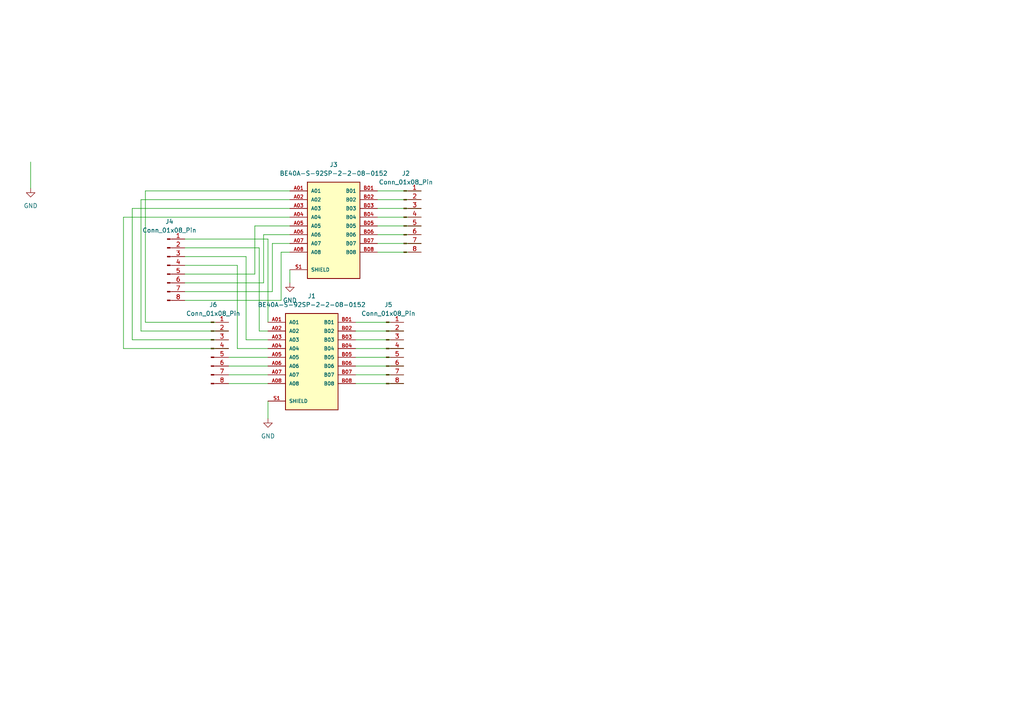
<source format=kicad_sch>
(kicad_sch (version 20230121) (generator eeschema)
  (paper "A4")
  (lib_symbols
    (symbol "Connector:Conn_01x08_Pin" (pin_names (offset 1.016) hide)
      (property "Reference" "J" (at 0 10.16 0))
      (property "Value" "Conn_01x08_Pin" (at 0 -12.7 0))
      (symbol "Conn_01x08_Pin_1_1"
        (polyline (pts (xy 1.27 -10.16) (xy 0.8636 -10.16)) (stroke (width 0.1524)))
        (polyline (pts (xy 1.27 -7.62) (xy 0.8636 -7.62)) (stroke (width 0.1524)))
        (polyline (pts (xy 1.27 -5.08) (xy 0.8636 -5.08)) (stroke (width 0.1524)))
        (polyline (pts (xy 1.27 -2.54) (xy 0.8636 -2.54)) (stroke (width 0.1524)))
        (polyline (pts (xy 1.27 0) (xy 0.8636 0)) (stroke (width 0.1524)))
        (polyline (pts (xy 1.27 2.54) (xy 0.8636 2.54)) (stroke (width 0.1524)))
        (polyline (pts (xy 1.27 5.08) (xy 0.8636 5.08)) (stroke (width 0.1524)))
        (polyline (pts (xy 1.27 7.62) (xy 0.8636 7.62)) (stroke (width 0.1524)))
        (rectangle (start 0.8636 -10.033) (end 0 -10.287) (stroke (width 0.1524)) (fill (type outline)))
        (rectangle (start 0.8636 -7.493) (end 0 -7.747) (stroke (width 0.1524)) (fill (type outline)))
        (rectangle (start 0.8636 -4.953) (end 0 -5.207) (stroke (width 0.1524)) (fill (type outline)))
        (rectangle (start 0.8636 -2.413) (end 0 -2.667) (stroke (width 0.1524)) (fill (type outline)))
        (rectangle (start 0.8636 0.127) (end 0 -0.127) (stroke (width 0.1524)) (fill (type outline)))
        (rectangle (start 0.8636 2.667) (end 0 2.413) (stroke (width 0.1524)) (fill (type outline)))
        (rectangle (start 0.8636 5.207) (end 0 4.953) (stroke (width 0.1524)) (fill (type outline)))
        (rectangle (start 0.8636 7.747) (end 0 7.493) (stroke (width 0.1524)) (fill (type outline)))
        (pin passive line (at 5.08 7.62 180) (length 3.81) (name "Pin_1") (number "1"))
        (pin passive line (at 5.08 5.08 180) (length 3.81) (name "Pin_2") (number "2"))
        (pin passive line (at 5.08 2.54 180) (length 3.81) (name "Pin_3") (number "3"))
        (pin passive line (at 5.08 0 180) (length 3.81) (name "Pin_4") (number "4"))
        (pin passive line (at 5.08 -2.54 180) (length 3.81) (name "Pin_5") (number "5"))
        (pin passive line (at 5.08 -5.08 180) (length 3.81) (name "Pin_6") (number "6"))
        (pin passive line (at 5.08 -7.62 180) (length 3.81) (name "Pin_7") (number "7"))
        (pin passive line (at 5.08 -10.16 180) (length 3.81) (name "Pin_8") (number "8"))
      )
    )
    (symbol "power:GND" (power) (pin_names (offset 0))
      (property "Value" "GND" (at 0 -3.81 0))
      (symbol "GND_0_1"
        (polyline (pts (xy 0 0) (xy 0 -1.27) (xy 1.27 -1.27) (xy 0 -2.54) (xy -1.27 -1.27) (xy 0 -1.27)))
      )
      (symbol "GND_1_1"
        (pin power_in line (at 0 0 270) (length 0) hide (name "GND") (number "1"))
      )
    )
    (symbol "project-symbols2:BE40A-S-92SP-2-2-08-0152" (pin_names (offset 1.016))
      (property "Reference" "J" (at -7.62 13.462 0))
      (property "Value" "BE40A-S-92SP-2-2-08-0152" (at -7.62 -17.78 0))
      (symbol "BE40A-S-92SP-2-2-08-0152_0_0"
        (rectangle (start -7.62 -15.24) (end 7.62 12.7) (stroke (width 0.254)) (fill (type background)))
        (pin passive line (at -12.7 10.16 0) (length 5.08) (name "A01") (number "A01"))
        (pin passive line (at -12.7 7.62 0) (length 5.08) (name "A02") (number "A02"))
        (pin passive line (at -12.7 5.08 0) (length 5.08) (name "A03") (number "A03"))
        (pin passive line (at -12.7 2.54 0) (length 5.08) (name "A04") (number "A04"))
        (pin passive line (at -12.7 0 0) (length 5.08) (name "A05") (number "A05"))
        (pin passive line (at -12.7 -2.54 0) (length 5.08) (name "A06") (number "A06"))
        (pin passive line (at -12.7 -5.08 0) (length 5.08) (name "A07") (number "A07"))
        (pin passive line (at -12.7 -7.62 0) (length 5.08) (name "A08") (number "A08"))
        (pin passive line (at 12.7 10.16 180) (length 5.08) (name "B01") (number "B01"))
        (pin passive line (at 12.7 7.62 180) (length 5.08) (name "B02") (number "B02"))
        (pin passive line (at 12.7 5.08 180) (length 5.08) (name "B03") (number "B03"))
        (pin passive line (at 12.7 2.54 180) (length 5.08) (name "B04") (number "B04"))
        (pin passive line (at 12.7 0 180) (length 5.08) (name "B05") (number "B05"))
        (pin passive line (at 12.7 -2.54 180) (length 5.08) (name "B06") (number "B06"))
        (pin passive line (at 12.7 -5.08 180) (length 5.08) (name "B07") (number "B07"))
        (pin passive line (at 12.7 -7.62 180) (length 5.08) (name "B08") (number "B08"))
        (pin passive line (at -12.7 -12.7 0) (length 5.08) (name "SHIELD") (number "S1"))
      )
    )
  )
  (wire (pts (xy 66.294 96.012) (xy 40.894 96.012)))
  (wire (pts (xy 84.074 78.232) (xy 84.074 82.042)))
  (wire (pts (xy 35.814 62.992) (xy 84.074 62.992)))
  (wire (pts (xy 76.454 82.042) (xy 76.454 68.072)))
  (wire (pts (xy 103.124 101.092) (xy 117.094 101.092)))
  (wire (pts (xy 68.834 76.962) (xy 53.594 76.962)))
  (wire (pts (xy 103.124 108.712) (xy 117.094 108.712)))
  (wire (pts (xy 84.074 70.612) (xy 78.994 70.612)))
  (wire (pts (xy 38.354 60.452) (xy 84.074 60.452)))
  (wire (pts (xy 103.124 111.252) (xy 117.094 111.252)))
  (wire (pts (xy 103.124 93.472) (xy 117.094 93.472)))
  (wire (pts (xy 81.534 87.122) (xy 81.534 73.152)))
  (wire (pts (xy 84.074 55.372) (xy 42.164 55.372)))
  (wire (pts (xy 53.594 87.122) (xy 81.534 87.122)))
  (wire (pts (xy 77.724 101.092) (xy 68.834 101.092)))
  (wire (pts (xy 73.914 79.502) (xy 53.594 79.502)))
  (wire (pts (xy 66.294 111.252) (xy 77.724 111.252)))
  (wire (pts (xy 66.294 103.632) (xy 77.724 103.632)))
  (wire (pts (xy 77.724 93.472) (xy 77.724 69.342)))
  (wire (pts (xy 66.294 108.712) (xy 77.724 108.712)))
  (wire (pts (xy 103.124 98.552) (xy 117.094 98.552)))
  (wire (pts (xy 103.124 96.012) (xy 117.094 96.012)))
  (wire (pts (xy 68.834 101.092) (xy 68.834 76.962)))
  (wire (pts (xy 66.294 101.092) (xy 35.814 101.092)))
  (wire (pts (xy 66.294 98.552) (xy 38.354 98.552)))
  (wire (pts (xy 109.474 60.452) (xy 122.174 60.452)))
  (wire (pts (xy 71.374 98.552) (xy 71.374 74.422)))
  (wire (pts (xy 73.914 65.532) (xy 73.914 79.502)))
  (wire (pts (xy 78.994 70.612) (xy 78.994 84.582)))
  (wire (pts (xy 109.474 55.372) (xy 122.174 55.372)))
  (wire (pts (xy 40.894 57.912) (xy 84.074 57.912)))
  (wire (pts (xy 42.164 93.472) (xy 66.294 93.472)))
  (wire (pts (xy 103.124 103.632) (xy 117.094 103.632)))
  (wire (pts (xy 77.724 96.012) (xy 75.184 96.012)))
  (wire (pts (xy 109.474 73.152) (xy 122.174 73.152)))
  (wire (pts (xy 103.124 106.172) (xy 117.094 106.172)))
  (wire (pts (xy 75.184 71.882) (xy 53.594 71.882)))
  (wire (pts (xy 38.354 98.552) (xy 38.354 60.452)))
  (wire (pts (xy 78.994 84.582) (xy 53.594 84.582)))
  (wire (pts (xy 76.454 68.072) (xy 84.074 68.072)))
  (wire (pts (xy 77.724 69.342) (xy 53.594 69.342)))
  (wire (pts (xy 81.534 73.152) (xy 84.074 73.152)))
  (wire (pts (xy 77.724 98.552) (xy 71.374 98.552)))
  (wire (pts (xy 66.294 106.172) (xy 77.724 106.172)))
  (wire (pts (xy 35.814 101.092) (xy 35.814 62.992)))
  (wire (pts (xy 109.474 70.612) (xy 122.174 70.612)))
  (wire (pts (xy 77.724 116.332) (xy 77.724 121.412)))
  (wire (pts (xy 53.594 82.042) (xy 76.454 82.042)))
  (wire (pts (xy 75.184 96.012) (xy 75.184 71.882)))
  (wire (pts (xy 109.474 62.992) (xy 122.174 62.992)))
  (wire (pts (xy 109.474 57.912) (xy 122.174 57.912)))
  (wire (pts (xy 71.374 74.422) (xy 53.594 74.422)))
  (wire (pts (xy 109.474 68.072) (xy 122.174 68.072)))
  (wire (pts (xy 40.894 96.012) (xy 40.894 57.912)))
  (wire (pts (xy 8.89 46.99) (xy 8.89 54.61)))
  (wire (pts (xy 42.164 55.372) (xy 42.164 93.472)))
  (wire (pts (xy 109.474 65.532) (xy 122.174 65.532)))
  (wire (pts (xy 84.074 65.532) (xy 73.914 65.532)))
  (symbol (lib_id "power:GND") (at 77.724 121.412 0) (unit 1)
    (property "Reference" "#PWR01" (effects hide))
    (property "Value" "GND" (at 77.724 126.492 0))
  )
  (symbol (lib_id "power:GND") (at 8.89 54.61 0) (unit 1)
    (property "Reference" "#PWR02" (effects hide))
    (property "Value" "GND" (at 8.89 59.69 0))
  )
  (symbol (lib_id "Connector:Conn_01x08_Pin") (at 61.214 101.092 0) (unit 1)
    (property "Reference" "J6" (at 61.849 88.392 0))
    (property "Value" "Conn_01x08_Pin" (at 61.849 90.932 0))
    (property "Footprint" "project-footprints:wirebond_8x_25mm" (effects hide))
  )
  (symbol (lib_id "Connector:Conn_01x08_Pin") (at 48.514 76.962 0) (unit 1)
    (property "Reference" "J4" (at 49.149 64.262 0))
    (property "Value" "Conn_01x08_Pin" (at 49.149 66.802 0))
    (property "Footprint" "project-footprints:wirebond_8x_25mm" (effects hide))
  )
  (symbol (lib_id "power:GND") (at 84.074 82.042 0) (unit 1)
    (property "Reference" "#PWR03" (effects hide))
    (property "Value" "GND" (at 84.074 87.122 0))
  )
  (symbol (lib_id "Connector:Conn_01x08_Pin") (at 112.014 101.092 0) (unit 1)
    (property "Reference" "J5" (at 112.649 88.392 0))
    (property "Value" "Conn_01x08_Pin" (at 112.649 90.932 0))
    (property "Footprint" "project-footprints:wirebond_8x_25mm" (effects hide))
  )
  (symbol (lib_id "Connector:Conn_01x08_Pin") (at 117.094 62.992 0) (unit 1)
    (property "Reference" "J2" (at 117.729 50.292 0))
    (property "Value" "Conn_01x08_Pin" (at 117.729 52.832 0))
    (property "Footprint" "project-footprints:wirebond_8x_25mm" (effects hide))
  )
  (symbol (lib_id "project-symbols2:BE40A-S-92SP-2-2-08-0152") (at 96.774 65.532 0) (unit 1)
    (property "Reference" "J3" (at 96.774 47.752 0))
    (property "Value" "BE40A-S-92SP-2-2-08-0152" (at 96.774 50.292 0))
    (property "Footprint" "project-footprints:BE40A-S-92SP-X-2-08" (effects hide))
    (property "MF" "Samtec" (effects hide))
    (property "DESCRIPTION" "BE40A Series 50 GHz, Bulls Eye®: Double Row, High-Performance Test System" (effects hide))
    (property "PACKAGE" "None" (effects hide))
    (property "PRICE" "None" (effects hide))
    (property "MP" "BE40A-S-92SP-2-2-08-0152" (effects hide))
    (property "AVAILABILITY" "In Stock" (effects hide))
    (property "PURCHASE-URL" "https://pricing.snapeda.com/search/part/BE40A-S-92SP-2-2-08-0152/?ref=eda" (effects hide))
  )
  (symbol (lib_id "project-symbols2:BE40A-S-92SP-2-2-08-0152") (at 90.424 103.632 0) (unit 1)
    (property "Reference" "J1" (at 90.424 85.852 0))
    (property "Value" "BE40A-S-92SP-2-2-08-0152" (at 90.424 88.392 0))
    (property "Footprint" "project-footprints:BE40A-S-92SP-X-2-08" (effects hide))
    (property "MF" "Samtec" (effects hide))
    (property "DESCRIPTION" "BE40A Series 50 GHz, Bulls Eye®: Double Row, High-Performance Test System" (effects hide))
    (property "PACKAGE" "None" (effects hide))
    (property "PRICE" "None" (effects hide))
    (property "MP" "BE40A-S-92SP-2-2-08-0152" (effects hide))
    (property "AVAILABILITY" "In Stock" (effects hide))
    (property "PURCHASE-URL" "https://pricing.snapeda.com/search/part/BE40A-S-92SP-2-2-08-0152/?ref=eda" (effects hide))
  )
)
</source>
